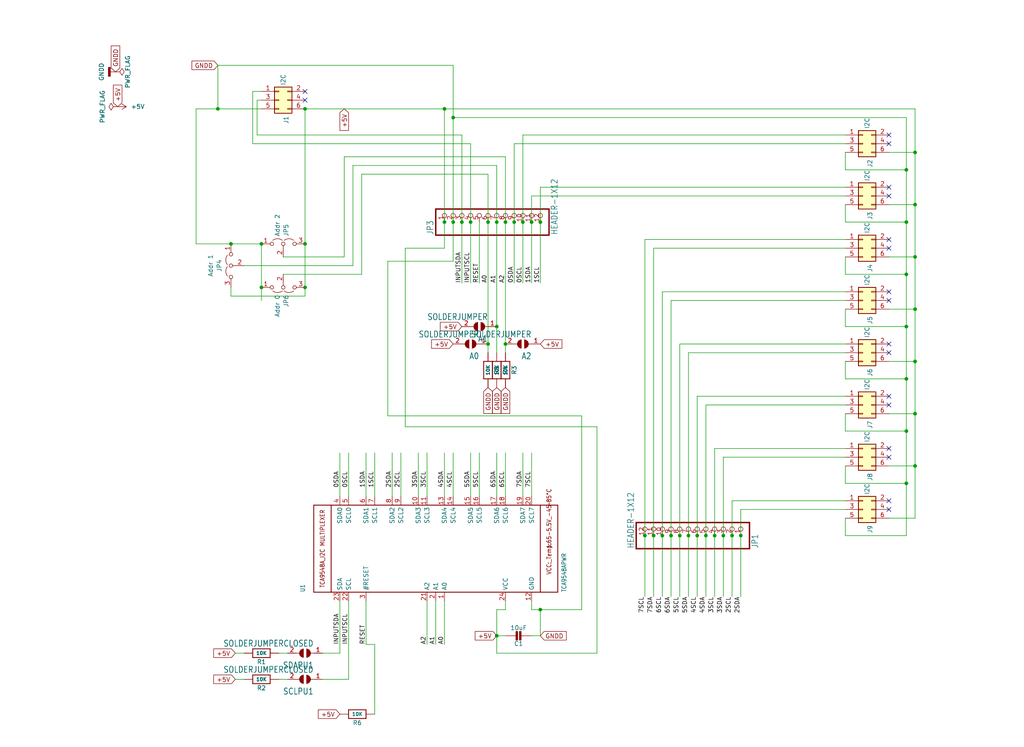
<source format=kicad_sch>
(kicad_sch (version 20211123) (generator eeschema)
  (paper "User" 298.45 217.881)
  (lib_symbols
    (symbol "Adafruit TCA9548A-eagle-import:CAP_CERAMIC0805-NOOUTLINE"
      (property "Reference" "C" (at -2.29 1.25 90))
      (property "Value" "CAP_CERAMIC0805-NOOUTLINE" (at 2.3 1.25 90))
      (symbol "CAP_CERAMIC0805-NOOUTLINE_1_0"
        (pin passive line (at 0 5.08 270) (length 2.54) (name "1") (number "1"))
        (pin passive line (at 0 -2.54 90) (length 2.54) (name "2") (number "2"))
      )
    )
    (symbol "Adafruit TCA9548A-eagle-import:FRAME_A4_ADAFRUIT"
      (symbol "FRAME_A4_ADAFRUIT_0_0"
        (text "1" (at 21.6958 1.905 0) (effects (font (size 2.54 2.286))))
        (text "1" (at 21.6958 177.165 0) (effects (font (size 2.54 2.286))))
        (text "2" (at 65.0875 1.905 0) (effects (font (size 2.54 2.286))))
        (text "2" (at 65.0875 177.165 0) (effects (font (size 2.54 2.286))))
        (text "3" (at 108.4792 1.905 0) (effects (font (size 2.54 2.286))))
        (text "3" (at 108.4792 177.165 0) (effects (font (size 2.54 2.286))))
        (text "4" (at 151.8708 1.905 0) (effects (font (size 2.54 2.286))))
        (text "4" (at 151.8708 177.165 0) (effects (font (size 2.54 2.286))))
        (text "5" (at 195.2625 1.905 0) (effects (font (size 2.54 2.286))))
        (text "5" (at 195.2625 177.165 0) (effects (font (size 2.54 2.286))))
        (text "6" (at 238.6542 1.905 0) (effects (font (size 2.54 2.286))))
        (text "6" (at 238.6542 177.165 0) (effects (font (size 2.54 2.286))))
        (text "A" (at 1.905 156.6863 0) (effects (font (size 2.54 2.286))))
        (text "A" (at 258.445 156.6863 0) (effects (font (size 2.54 2.286))))
        (text "B" (at 1.905 111.9188 0) (effects (font (size 2.54 2.286))))
        (text "B" (at 258.445 111.9188 0) (effects (font (size 2.54 2.286))))
        (text "C" (at 1.905 67.1513 0) (effects (font (size 2.54 2.286))))
        (text "C" (at 258.445 67.1513 0) (effects (font (size 2.54 2.286))))
        (text "D" (at 1.905 22.3838 0) (effects (font (size 2.54 2.286))))
        (text "D" (at 258.445 22.3838 0) (effects (font (size 2.54 2.286))))
      )
      (symbol "FRAME_A4_ADAFRUIT_1_0"
        (text ">AUTHOR" (at 189.23 5.08 0) (effects (font (size 2.286 2.286)) (justify left bottom)))
        (text ">DRAWING_NAME" (at 171.45 15.24 0) (effects (font (size 2.54 2.54)) (justify left bottom)))
        (text ">LAST_DATE_TIME" (at 171.45 10.16 0) (effects (font (size 2.286 2.286)) (justify left bottom)))
        (text ">SHEET" (at 230.505 10.16 0) (effects (font (size 2.54 2.54)) (justify left bottom)))
        (text "Adafruit Industries" (at 216.916 4.953 0) (effects (font (size 2.54 2.54)) (justify left bottom)))
        (text "Drawing:" (at 171.196 4.953 0) (effects (font (size 2.54 2.54)) (justify left bottom)))
        (text "Sheet:" (at 216.916 10.033 0) (effects (font (size 2.54 2.54)) (justify left bottom)))
      )
    )
    (symbol "Adafruit TCA9548A-eagle-import:HEADER-1X12"
      (property "Reference" "JP" (at -6.35 18.415 0))
      (property "Value" "HEADER-1X12" (at -6.35 -17.78 0))
      (symbol "HEADER-1X12_1_0"
        (pin passive inverted (at -2.54 15.24 0) (length 2.54) (name "1") (number "1"))
        (pin passive inverted (at -2.54 -7.62 0) (length 2.54) (name "10") (number "10"))
        (pin passive inverted (at -2.54 -10.16 0) (length 2.54) (name "11") (number "11"))
        (pin passive inverted (at -2.54 -12.7 0) (length 2.54) (name "12") (number "12"))
        (pin passive inverted (at -2.54 12.7 0) (length 2.54) (name "2") (number "2"))
        (pin passive inverted (at -2.54 10.16 0) (length 2.54) (name "3") (number "3"))
        (pin passive inverted (at -2.54 7.62 0) (length 2.54) (name "4") (number "4"))
        (pin passive inverted (at -2.54 5.08 0) (length 2.54) (name "5") (number "5"))
        (pin passive inverted (at -2.54 2.54 0) (length 2.54) (name "6") (number "6"))
        (pin passive inverted (at -2.54 0 0) (length 2.54) (name "7") (number "7"))
        (pin passive inverted (at -2.54 -2.54 0) (length 2.54) (name "8") (number "8"))
        (pin passive inverted (at -2.54 -5.08 0) (length 2.54) (name "9") (number "9"))
      )
    )
    (symbol "Adafruit TCA9548A-eagle-import:RESISTOR0805_NOOUTLINE"
      (property "Reference" "R" (at 0 2.54 0))
      (property "Value" "RESISTOR0805_NOOUTLINE" (at 0 0 0))
      (symbol "RESISTOR0805_NOOUTLINE_1_0"
        (pin passive line (at -5.08 0 0) (length 2.54) (name "1") (number "1"))
        (pin passive line (at 5.08 0 180) (length 2.54) (name "2") (number "2"))
      )
    )
    (symbol "Adafruit TCA9548A-eagle-import:RESISTOR_0805MP"
      (property "Reference" "R" (at 0 2.54 0))
      (property "Value" "RESISTOR_0805MP" (at 0 0 0))
      (symbol "RESISTOR_0805MP_1_0"
        (pin passive line (at -5.08 0 0) (length 2.54) (name "1") (number "1"))
        (pin passive line (at 5.08 0 180) (length 2.54) (name "2") (number "2"))
      )
    )
    (symbol "Adafruit TCA9548A-eagle-import:SOLDERJUMPER"
      (property "Reference" "SJ" (at -2.54 2.54 0))
      (property "Value" "SOLDERJUMPER" (at -2.54 -3.81 0))
      (symbol "SOLDERJUMPER_1_0"
        (pin passive line (at -5.08 0 0) (length 2.54) (name "1") (number "1"))
        (pin passive line (at 5.08 0 180) (length 2.54) (name "2") (number "2"))
      )
    )
    (symbol "Adafruit TCA9548A-eagle-import:SOLDERJUMPERCLOSED"
      (property "Reference" "SJ" (at -2.54 2.54 0))
      (property "Value" "SOLDERJUMPERCLOSED" (at -2.54 -3.81 0))
      (symbol "SOLDERJUMPERCLOSED_1_0"
        (pin passive line (at -5.08 0 0) (length 2.54) (name "1") (number "1"))
        (pin passive line (at 5.08 0 180) (length 2.54) (name "2") (number "2"))
      )
    )
    (symbol "Adafruit TCA9548A-eagle-import:TCA9548A"
      (property "Reference" "U" (at -12.7 38.1 0))
      (property "Value" "TCA9548A" (at -12.7 -38.1 0))
      (symbol "TCA9548A_1_0"
        (text "1.65-5.5V_-45~85°C" (at 0 -33.02 0) (effects (font (size 1.27 1.0795)) (justify left)))
        (text "TCA9548A_I2C MULTIPLEXER" (at 0 33.02 0) (effects (font (size 1.27 1.0795))))
        (text "VCC:_Temp:" (at -7.62 -33.02 0) (effects (font (size 1.27 1.0795)) (justify left)))
        (pin bidirectional line (at -15.24 -2.54 0) (length 2.54) (name "A0") (number "1"))
        (pin bidirectional line (at 15.24 5.08 180) (length 2.54) (name "SDA3") (number "10"))
        (pin bidirectional line (at 15.24 2.54 180) (length 2.54) (name "SCL3") (number "11"))
        (pin bidirectional line (at -15.24 -27.94 0) (length 2.54) (name "GND") (number "12"))
        (pin bidirectional line (at 15.24 -2.54 180) (length 2.54) (name "SDA4") (number "13"))
        (pin bidirectional line (at 15.24 -5.08 180) (length 2.54) (name "SCL4") (number "14"))
        (pin bidirectional line (at 15.24 -10.16 180) (length 2.54) (name "SDA5") (number "15"))
        (pin bidirectional line (at 15.24 -12.7 180) (length 2.54) (name "SCL5") (number "16"))
        (pin bidirectional line (at 15.24 -17.78 180) (length 2.54) (name "SDA6") (number "17"))
        (pin bidirectional line (at 15.24 -20.32 180) (length 2.54) (name "SCL6") (number "18"))
        (pin bidirectional line (at 15.24 -25.4 180) (length 2.54) (name "SDA7") (number "19"))
        (pin bidirectional line (at -15.24 0 0) (length 2.54) (name "A1") (number "2"))
        (pin bidirectional line (at 15.24 -27.94 180) (length 2.54) (name "SCL7") (number "20"))
        (pin bidirectional line (at -15.24 2.54 0) (length 2.54) (name "A2") (number "21"))
        (pin bidirectional line (at -15.24 25.4 0) (length 2.54) (name "SCL") (number "22"))
        (pin bidirectional line (at -15.24 27.94 0) (length 2.54) (name "SDA") (number "23"))
        (pin bidirectional line (at -15.24 -20.32 0) (length 2.54) (name "VCC") (number "24"))
        (pin bidirectional line (at -15.24 20.32 0) (length 2.54) (name "#RESET") (number "3"))
        (pin bidirectional line (at 15.24 27.94 180) (length 2.54) (name "SDA0") (number "4"))
        (pin bidirectional line (at 15.24 25.4 180) (length 2.54) (name "SCL0") (number "5"))
        (pin bidirectional line (at 15.24 20.32 180) (length 2.54) (name "SDA1") (number "6"))
        (pin bidirectional line (at 15.24 17.78 180) (length 2.54) (name "SCL1") (number "7"))
        (pin bidirectional line (at 15.24 12.7 180) (length 2.54) (name "SDA2") (number "8"))
        (pin bidirectional line (at 15.24 10.16 180) (length 2.54) (name "SCL2") (number "9"))
      )
    )
    (symbol "Connector_Generic:Conn_02x03_Odd_Even" (pin_names (offset 1.016) hide)
      (property "Reference" "J" (at 1.27 5.08 0))
      (property "Value" "Conn_02x03_Odd_Even" (at 1.27 -5.08 0))
      (symbol "Conn_02x03_Odd_Even_1_1"
        (pin passive line (at -5.08 2.54 0) (length 3.81) (name "Pin_1") (number "1"))
        (pin passive line (at 7.62 2.54 180) (length 3.81) (name "Pin_2") (number "2"))
        (pin passive line (at -5.08 0 0) (length 3.81) (name "Pin_3") (number "3"))
        (pin passive line (at 7.62 0 180) (length 3.81) (name "Pin_4") (number "4"))
        (pin passive line (at -5.08 -2.54 0) (length 3.81) (name "Pin_5") (number "5"))
        (pin passive line (at 7.62 -2.54 180) (length 3.81) (name "Pin_6") (number "6"))
      )
    )
    (symbol "Jumper:Jumper_3_Open" (pin_names (offset 0) hide)
      (property "Reference" "JP" (at -2.54 -2.54 0))
      (property "Value" "Jumper_3_Open" (at 0 2.794 0))
      (symbol "Jumper_3_Open_1_1"
        (pin passive line (at -6.35 0 0) (length 2.54) (name "A") (number "1"))
        (pin passive line (at 0 -3.81 90) (length 2.54) (name "C") (number "2"))
        (pin passive line (at 6.35 0 180) (length 2.54) (name "B") (number "3"))
      )
    )
    (symbol "power:+5V" (power) (pin_names (offset 0))
      (property "Value" "+5V" (at 0 3.556 0))
      (symbol "+5V_1_1"
        (pin power_in line (at 0 0 90) (length 0) hide (name "+5V") (number "1"))
      )
    )
    (symbol "power:GNDD" (power) (pin_names (offset 0))
      (property "Value" "GNDD" (at 0 -3.175 0))
      (symbol "GNDD_1_1"
        (pin power_in line (at 0 0 270) (length 0) hide (name "GNDD") (number "1"))
      )
    )
    (symbol "power:PWR_FLAG" (power) (pin_numbers hide) (pin_names (offset 0) hide)
      (property "Value" "PWR_FLAG" (at 0 3.81 0))
      (symbol "PWR_FLAG_0_0"
        (pin power_out line (at 0 0 90) (length 0) (name "pwr") (number "1"))
      )
    )
  )
  (junction (at 190.5 156.21))
  (junction (at 187.96 156.21))
  (junction (at 132.08 34.29))
  (junction (at 144.78 64.77))
  (junction (at 264.16 49.53))
  (junction (at 264.16 80.01))
  (junction (at 76.2 71.12))
  (junction (at 132.08 64.77))
  (junction (at 264.16 110.49))
  (junction (at 157.48 177.8))
  (junction (at 198.12 156.21))
  (junction (at 208.28 156.21))
  (junction (at 88.9 31.75))
  (junction (at 203.2 156.21))
  (junction (at 210.82 156.21))
  (junction (at 152.4 64.77))
  (junction (at 129.54 64.77))
  (junction (at 88.9 83.82))
  (junction (at 88.9 71.12))
  (junction (at 264.16 140.97))
  (junction (at 266.7 44.45))
  (junction (at 266.7 120.65))
  (junction (at 147.32 64.77))
  (junction (at 264.16 125.73))
  (junction (at 142.24 100.33))
  (junction (at 266.7 90.17))
  (junction (at 147.32 100.33))
  (junction (at 144.78 185.42))
  (junction (at 142.24 64.77))
  (junction (at 266.7 135.89))
  (junction (at 193.04 156.21))
  (junction (at 215.9 156.21))
  (junction (at 200.66 156.21))
  (junction (at 264.16 64.77))
  (junction (at 266.7 59.69))
  (junction (at 266.7 105.41))
  (junction (at 205.74 156.21))
  (junction (at 157.48 64.77))
  (junction (at 129.54 31.75))
  (junction (at 195.58 156.21))
  (junction (at 149.86 64.77))
  (junction (at 213.36 156.21))
  (junction (at 63.5 31.75))
  (junction (at 137.16 64.77))
  (junction (at 134.62 64.77))
  (junction (at 264.16 95.25))
  (junction (at 154.94 64.77))
  (junction (at 67.31 71.12))
  (junction (at 144.78 95.25))
  (junction (at 266.7 74.93))
  (junction (at 76.2 83.82))
  (no_connect (at 259.08 148.59))
  (no_connect (at 259.08 146.05))
  (no_connect (at 88.9 29.21))
  (no_connect (at 259.08 87.63))
  (no_connect (at 259.08 85.09))
  (no_connect (at 88.9 26.67))
  (no_connect (at 259.08 57.15))
  (no_connect (at 259.08 54.61))
  (no_connect (at 259.08 102.87))
  (no_connect (at 259.08 115.57))
  (no_connect (at 259.08 118.11))
  (no_connect (at 259.08 133.35))
  (no_connect (at 259.08 130.81))
  (no_connect (at 259.08 39.37))
  (no_connect (at 259.08 41.91))
  (no_connect (at 259.08 69.85))
  (no_connect (at 259.08 72.39))
  (no_connect (at 259.08 100.33))
  (wire (pts (xy 129.54 31.75) (xy 129.54 64.77)))
  (wire (pts (xy 99.06 175.26) (xy 99.06 190.5)))
  (wire (pts (xy 187.96 69.85) (xy 187.96 156.21)))
  (wire (pts (xy 101.6 144.78) (xy 101.6 132.08)))
  (wire (pts (xy 198.12 100.33) (xy 198.12 156.21)))
  (wire (pts (xy 74.93 39.37) (xy 134.62 39.37)))
  (wire (pts (xy 144.78 177.8) (xy 147.32 177.8)))
  (wire (pts (xy 246.38 44.45) (xy 246.38 49.53)))
  (wire (pts (xy 57.15 71.12) (xy 67.31 71.12)))
  (wire (pts (xy 118.11 72.39) (xy 129.54 72.39)))
  (wire (pts (xy 134.62 64.77) (xy 134.62 82.55)))
  (wire (pts (xy 73.66 26.67) (xy 73.66 41.91)))
  (wire (pts (xy 215.9 173.99) (xy 215.9 156.21)))
  (wire (pts (xy 266.7 74.93) (xy 266.7 90.17)))
  (wire (pts (xy 76.2 71.12) (xy 76.2 83.82)))
  (wire (pts (xy 73.66 41.91) (xy 137.16 41.91)))
  (wire (pts (xy 205.74 156.21) (xy 205.74 173.99)))
  (wire (pts (xy 149.86 64.77) (xy 149.86 82.55)))
  (wire (pts (xy 259.08 120.65) (xy 266.7 120.65)))
  (wire (pts (xy 259.08 44.45) (xy 266.7 44.45)))
  (wire (pts (xy 118.11 124.46) (xy 118.11 72.39)))
  (wire (pts (xy 195.58 173.99) (xy 195.58 156.21)))
  (wire (pts (xy 88.9 31.75) (xy 129.54 31.75)))
  (wire (pts (xy 144.78 144.78) (xy 144.78 132.08)))
  (wire (pts (xy 200.66 102.87) (xy 200.66 156.21)))
  (wire (pts (xy 154.94 64.77) (xy 154.94 82.55)))
  (wire (pts (xy 71.12 190.5) (xy 68.58 190.5)))
  (wire (pts (xy 116.84 144.78) (xy 116.84 132.08)))
  (wire (pts (xy 106.68 175.26) (xy 106.68 187.96)))
  (wire (pts (xy 246.38 105.41) (xy 246.38 110.49)))
  (wire (pts (xy 152.4 144.78) (xy 152.4 132.08)))
  (wire (pts (xy 208.28 130.81) (xy 246.38 130.81)))
  (wire (pts (xy 132.08 144.78) (xy 132.08 132.08)))
  (wire (pts (xy 246.38 146.05) (xy 213.36 146.05)))
  (wire (pts (xy 246.38 100.33) (xy 198.12 100.33)))
  (wire (pts (xy 129.54 64.77) (xy 129.54 72.39)))
  (wire (pts (xy 88.9 86.36) (xy 67.31 86.36)))
  (wire (pts (xy 71.12 77.47) (xy 102.87 77.47)))
  (wire (pts (xy 259.08 151.13) (xy 266.7 151.13)))
  (wire (pts (xy 83.82 190.5) (xy 81.28 190.5)))
  (wire (pts (xy 147.32 144.78) (xy 147.32 132.08)))
  (wire (pts (xy 105.41 80.01) (xy 105.41 50.8)))
  (wire (pts (xy 259.08 90.17) (xy 266.7 90.17)))
  (wire (pts (xy 195.58 87.63) (xy 195.58 156.21)))
  (wire (pts (xy 82.55 74.93) (xy 100.33 74.93)))
  (wire (pts (xy 246.38 135.89) (xy 246.38 140.97)))
  (wire (pts (xy 124.46 144.78) (xy 124.46 132.08)))
  (wire (pts (xy 121.92 144.78) (xy 121.92 132.08)))
  (wire (pts (xy 208.28 156.21) (xy 208.28 173.99)))
  (wire (pts (xy 198.12 156.21) (xy 198.12 173.99)))
  (wire (pts (xy 63.5 19.05) (xy 63.5 31.75)))
  (wire (pts (xy 82.55 80.01) (xy 105.41 80.01)))
  (wire (pts (xy 88.9 31.75) (xy 88.9 71.12)))
  (wire (pts (xy 193.04 156.21) (xy 193.04 173.99)))
  (wire (pts (xy 246.38 64.77) (xy 264.16 64.77)))
  (wire (pts (xy 139.7 64.77) (xy 139.7 82.55)))
  (wire (pts (xy 266.7 120.65) (xy 266.7 135.89)))
  (wire (pts (xy 57.15 31.75) (xy 57.15 71.12)))
  (wire (pts (xy 142.24 100.33) (xy 142.24 102.87)))
  (wire (pts (xy 190.5 72.39) (xy 246.38 72.39)))
  (wire (pts (xy 259.08 105.41) (xy 266.7 105.41)))
  (wire (pts (xy 71.12 198.12) (xy 68.58 198.12)))
  (wire (pts (xy 137.16 41.91) (xy 137.16 64.77)))
  (wire (pts (xy 246.38 156.21) (xy 264.16 156.21)))
  (wire (pts (xy 210.82 173.99) (xy 210.82 156.21)))
  (wire (pts (xy 99.06 144.78) (xy 99.06 132.08)))
  (wire (pts (xy 213.36 146.05) (xy 213.36 156.21)))
  (wire (pts (xy 246.38 59.69) (xy 246.38 64.77)))
  (wire (pts (xy 147.32 177.8) (xy 147.32 175.26)))
  (wire (pts (xy 132.08 34.29) (xy 132.08 64.77)))
  (wire (pts (xy 127 175.26) (xy 127 187.96)))
  (wire (pts (xy 210.82 133.35) (xy 246.38 133.35)))
  (wire (pts (xy 67.31 86.36) (xy 67.31 83.82)))
  (wire (pts (xy 132.08 19.05) (xy 132.08 34.29)))
  (wire (pts (xy 210.82 133.35) (xy 210.82 156.21)))
  (wire (pts (xy 137.16 64.77) (xy 137.16 82.55)))
  (wire (pts (xy 190.5 173.99) (xy 190.5 156.21)))
  (wire (pts (xy 246.38 125.73) (xy 264.16 125.73)))
  (wire (pts (xy 208.28 130.81) (xy 208.28 156.21)))
  (wire (pts (xy 193.04 85.09) (xy 193.04 156.21)))
  (wire (pts (xy 266.7 105.41) (xy 266.7 120.65)))
  (wire (pts (xy 144.78 177.8) (xy 144.78 185.42)))
  (wire (pts (xy 213.36 156.21) (xy 213.36 173.99)))
  (wire (pts (xy 246.38 39.37) (xy 152.4 39.37)))
  (wire (pts (xy 139.7 144.78) (xy 139.7 132.08)))
  (wire (pts (xy 132.08 34.29) (xy 264.16 34.29)))
  (wire (pts (xy 195.58 87.63) (xy 246.38 87.63)))
  (wire (pts (xy 76.2 83.82) (xy 76.2 87.63)))
  (wire (pts (xy 200.66 102.87) (xy 246.38 102.87)))
  (wire (pts (xy 132.08 64.77) (xy 132.08 76.2)))
  (wire (pts (xy 266.7 135.89) (xy 266.7 151.13)))
  (wire (pts (xy 152.4 82.55) (xy 152.4 64.77)))
  (wire (pts (xy 264.16 110.49) (xy 264.16 125.73)))
  (wire (pts (xy 157.48 177.8) (xy 154.94 177.8)))
  (wire (pts (xy 102.87 77.47) (xy 102.87 48.26)))
  (wire (pts (xy 259.08 74.93) (xy 266.7 74.93)))
  (wire (pts (xy 246.38 54.61) (xy 157.48 54.61)))
  (wire (pts (xy 134.62 39.37) (xy 134.62 64.77)))
  (wire (pts (xy 99.06 190.5) (xy 93.98 190.5)))
  (wire (pts (xy 129.54 31.75) (xy 266.7 31.75)))
  (wire (pts (xy 157.48 185.42) (xy 154.94 185.42)))
  (wire (pts (xy 215.9 148.59) (xy 215.9 156.21)))
  (wire (pts (xy 264.16 140.97) (xy 264.16 156.21)))
  (wire (pts (xy 76.2 71.12) (xy 67.31 71.12)))
  (wire (pts (xy 266.7 59.69) (xy 266.7 74.93)))
  (wire (pts (xy 100.33 74.93) (xy 100.33 45.72)))
  (wire (pts (xy 100.33 45.72) (xy 147.32 45.72)))
  (wire (pts (xy 154.94 177.8) (xy 154.94 175.26)))
  (wire (pts (xy 88.9 71.12) (xy 88.9 83.82)))
  (wire (pts (xy 154.94 57.15) (xy 154.94 64.77)))
  (wire (pts (xy 113.03 121.285) (xy 169.545 121.285)))
  (wire (pts (xy 246.38 151.13) (xy 246.38 156.21)))
  (wire (pts (xy 246.38 85.09) (xy 193.04 85.09)))
  (wire (pts (xy 129.54 144.78) (xy 129.54 132.08)))
  (wire (pts (xy 132.08 19.05) (xy 63.5 19.05)))
  (wire (pts (xy 246.38 120.65) (xy 246.38 125.73)))
  (wire (pts (xy 109.22 208.28) (xy 109.22 187.96)))
  (wire (pts (xy 266.7 90.17) (xy 266.7 105.41)))
  (wire (pts (xy 266.7 31.75) (xy 266.7 44.45)))
  (wire (pts (xy 154.94 144.78) (xy 154.94 132.08)))
  (wire (pts (xy 142.24 64.77) (xy 142.24 100.33)))
  (wire (pts (xy 76.2 26.67) (xy 73.66 26.67)))
  (wire (pts (xy 147.32 64.77) (xy 147.32 100.33)))
  (wire (pts (xy 157.48 54.61) (xy 157.48 64.77)))
  (wire (pts (xy 144.78 64.77) (xy 144.78 95.25)))
  (wire (pts (xy 203.2 156.21) (xy 203.2 173.99)))
  (wire (pts (xy 63.5 31.75) (xy 57.15 31.75)))
  (wire (pts (xy 264.16 64.77) (xy 264.16 80.01)))
  (wire (pts (xy 246.38 49.53) (xy 264.16 49.53)))
  (wire (pts (xy 101.6 198.12) (xy 93.98 198.12)))
  (wire (pts (xy 266.7 44.45) (xy 266.7 59.69)))
  (wire (pts (xy 203.2 115.57) (xy 203.2 156.21)))
  (wire (pts (xy 147.32 100.33) (xy 147.32 102.87)))
  (wire (pts (xy 152.4 39.37) (xy 152.4 64.77)))
  (wire (pts (xy 113.03 76.2) (xy 113.03 121.285)))
  (wire (pts (xy 76.2 31.75) (xy 63.5 31.75)))
  (wire (pts (xy 187.96 173.99) (xy 187.96 156.21)))
  (wire (pts (xy 105.41 50.8) (xy 142.24 50.8)))
  (wire (pts (xy 264.16 125.73) (xy 264.16 140.97)))
  (wire (pts (xy 157.48 64.77) (xy 157.48 82.55)))
  (wire (pts (xy 246.38 140.97) (xy 264.16 140.97)))
  (wire (pts (xy 246.38 90.17) (xy 246.38 95.25)))
  (wire (pts (xy 205.74 118.11) (xy 205.74 156.21)))
  (wire (pts (xy 114.3 144.78) (xy 114.3 132.08)))
  (wire (pts (xy 83.82 198.12) (xy 81.28 198.12)))
  (wire (pts (xy 246.38 69.85) (xy 187.96 69.85)))
  (wire (pts (xy 109.22 187.96) (xy 106.68 187.96)))
  (wire (pts (xy 205.74 118.11) (xy 246.38 118.11)))
  (wire (pts (xy 203.2 115.57) (xy 246.38 115.57)))
  (wire (pts (xy 246.38 110.49) (xy 264.16 110.49)))
  (wire (pts (xy 101.6 175.26) (xy 101.6 198.12)))
  (wire (pts (xy 215.9 148.59) (xy 246.38 148.59)))
  (wire (pts (xy 157.48 185.42) (xy 157.48 177.8)))
  (wire (pts (xy 124.46 175.26) (xy 124.46 187.96)))
  (wire (pts (xy 109.22 144.78) (xy 109.22 132.08)))
  (wire (pts (xy 246.38 74.93) (xy 246.38 80.01)))
  (wire (pts (xy 264.16 80.01) (xy 264.16 95.25)))
  (wire (pts (xy 169.545 121.285) (xy 169.545 177.8)))
  (wire (pts (xy 137.16 144.78) (xy 137.16 132.08)))
  (wire (pts (xy 144.78 185.42) (xy 144.78 190.5)))
  (wire (pts (xy 246.38 95.25) (xy 264.16 95.25)))
  (wire (pts (xy 173.99 190.5) (xy 173.99 124.46)))
  (wire (pts (xy 149.86 41.91) (xy 246.38 41.91)))
  (wire (pts (xy 74.93 29.21) (xy 74.93 39.37)))
  (wire (pts (xy 190.5 72.39) (xy 190.5 156.21)))
  (wire (pts (xy 129.54 175.26) (xy 129.54 187.96)))
  (wire (pts (xy 154.94 57.15) (xy 246.38 57.15)))
  (wire (pts (xy 142.24 50.8) (xy 142.24 64.77)))
  (wire (pts (xy 169.545 177.8) (xy 157.48 177.8)))
  (wire (pts (xy 102.87 48.26) (xy 144.78 48.26)))
  (wire (pts (xy 264.16 34.29) (xy 264.16 49.53)))
  (wire (pts (xy 259.08 59.69) (xy 266.7 59.69)))
  (wire (pts (xy 200.66 156.21) (xy 200.66 173.99)))
  (wire (pts (xy 144.78 48.26) (xy 144.78 64.77)))
  (wire (pts (xy 173.99 124.46) (xy 118.11 124.46)))
  (wire (pts (xy 147.32 45.72) (xy 147.32 64.77)))
  (wire (pts (xy 149.86 41.91) (xy 149.86 64.77)))
  (wire (pts (xy 144.78 95.25) (xy 144.78 102.87)))
  (wire (pts (xy 88.9 83.82) (xy 88.9 86.36)))
  (wire (pts (xy 144.78 185.42) (xy 147.32 185.42)))
  (wire (pts (xy 113.03 76.2) (xy 132.08 76.2)))
  (wire (pts (xy 264.16 49.53) (xy 264.16 64.77)))
  (wire (pts (xy 264.16 95.25) (xy 264.16 110.49)))
  (wire (pts (xy 144.78 190.5) (xy 173.99 190.5)))
  (wire (pts (xy 246.38 80.01) (xy 264.16 80.01)))
  (wire (pts (xy 106.68 144.78) (xy 106.68 132.08)))
  (wire (pts (xy 76.2 29.21) (xy 74.93 29.21)))
  (wire (pts (xy 259.08 135.89) (xy 266.7 135.89)))
  (label "2SDA" (at 114.3 142.24 90) (effects (font (size 1.2446 1.2446))))
  (label "7SCL" (at 154.94 142.24 90) (effects (font (size 1.2446 1.2446))))
  (label "A0" (at 129.54 187.96 90) (effects (font (size 1.2446 1.2446))))
  (label "2SCL" (at 213.36 173.99 270) (effects (font (size 1.2446 1.2446))))
  (label "4SDA" (at 205.74 173.99 270) (effects (font (size 1.2446 1.2446))))
  (label "0SCL" (at 101.6 142.24 90) (effects (font (size 1.2446 1.2446))))
  (label "7SDA" (at 190.5 173.99 270) (effects (font (size 1.2446 1.2446))))
  (label "6SCL" (at 147.32 142.24 90) (effects (font (size 1.2446 1.2446))))
  (label "1SDA" (at 154.94 82.55 90) (effects (font (size 1.2446 1.2446))))
  (label "A1" (at 127 187.96 90) (effects (font (size 1.2446 1.2446))))
  (label "5SDA" (at 200.66 173.99 270) (effects (font (size 1.2446 1.2446))))
  (label "A0" (at 142.24 82.55 90) (effects (font (size 1.2446 1.2446))))
  (label "3SCL" (at 124.46 142.24 90) (effects (font (size 1.2446 1.2446))))
  (label "6SDA" (at 144.78 142.24 90) (effects (font (size 1.2446 1.2446))))
  (label "2SCL" (at 116.84 142.24 90) (effects (font (size 1.2446 1.2446))))
  (label "RESET" (at 106.68 187.96 90) (effects (font (size 1.2446 1.2446))))
  (label "1SCL" (at 157.48 82.55 90) (effects (font (size 1.2446 1.2446))))
  (label "0SDA" (at 99.06 142.24 90) (effects (font (size 1.2446 1.2446))))
  (label "0SDA" (at 149.86 82.55 90) (effects (font (size 1.2446 1.2446))))
  (label "A1" (at 144.78 82.55 90) (effects (font (size 1.2446 1.2446))))
  (label "3SDA" (at 210.82 173.99 270) (effects (font (size 1.2446 1.2446))))
  (label "A2" (at 124.46 187.96 90) (effects (font (size 1.2446 1.2446))))
  (label "2SDA" (at 215.9 173.99 270) (effects (font (size 1.2446 1.2446))))
  (label "INPUTSDA" (at 99.06 187.96 90) (effects (font (size 1.2446 1.2446))))
  (label "RESET" (at 139.7 82.55 90) (effects (font (size 1.2446 1.2446))))
  (label "5SCL" (at 198.12 173.99 270) (effects (font (size 1.2446 1.2446))))
  (label "7SCL" (at 187.96 173.99 270) (effects (font (size 1.2446 1.2446))))
  (label "3SDA" (at 121.92 142.24 90) (effects (font (size 1.2446 1.2446))))
  (label "A2" (at 147.32 82.55 90) (effects (font (size 1.2446 1.2446))))
  (label "INPUTSDA" (at 134.62 82.55 90) (effects (font (size 1.2446 1.2446))))
  (label "3SCL" (at 208.28 173.99 270) (effects (font (size 1.2446 1.2446))))
  (label "1SDA" (at 106.68 142.24 90) (effects (font (size 1.2446 1.2446))))
  (label "4SCL" (at 203.2 173.99 270) (effects (font (size 1.2446 1.2446))))
  (label "INPUTSCL" (at 137.16 82.55 90) (effects (font (size 1.2446 1.2446))))
  (label "0SCL" (at 152.4 82.55 90) (effects (font (size 1.2446 1.2446))))
  (label "1SCL" (at 109.22 142.24 90) (effects (font (size 1.2446 1.2446))))
  (label "4SCL" (at 132.08 142.24 90) (effects (font (size 1.2446 1.2446))))
  (label "5SCL" (at 139.7 142.24 90) (effects (font (size 1.2446 1.2446))))
  (label "7SDA" (at 152.4 142.24 90) (effects (font (size 1.2446 1.2446))))
  (label "5SDA" (at 137.16 142.24 90) (effects (font (size 1.2446 1.2446))))
  (label "4SDA" (at 129.54 142.24 90) (effects (font (size 1.2446 1.2446))))
  (label "INPUTSCL" (at 101.6 187.96 90) (effects (font (size 1.2446 1.2446))))
  (label "6SCL" (at 193.04 173.99 270) (effects (font (size 1.2446 1.2446))))
  (label "6SDA" (at 195.58 173.99 270) (effects (font (size 1.2446 1.2446))))
  (global_label "GNDD" (shape input) (at 33.655 20.955 90) (property "Intersheet References" "${INTERSHEET_REFS}" (effects hide)))
  (global_label "GNDD" (shape input) (at 142.24 113.03 270) (property "Intersheet References" "${INTERSHEET_REFS}" (effects hide)))
  (global_label "+5V" (shape input) (at 68.58 190.5 180) (property "Intersheet References" "${INTERSHEET_REFS}" (effects hide)))
  (global_label "GNDD" (shape input) (at 147.32 113.03 270) (property "Intersheet References" "${INTERSHEET_REFS}" (effects hide)))
  (global_label "GNDD" (shape input) (at 144.78 113.03 270) (property "Intersheet References" "${INTERSHEET_REFS}" (effects hide)))
  (global_label "+5V" (shape input) (at 157.48 100.33 0) (property "Intersheet References" "${INTERSHEET_REFS}" (effects hide)))
  (global_label "+5V" (shape input) (at 68.58 198.12 180) (property "Intersheet References" "${INTERSHEET_REFS}" (effects hide)))
  (global_label "+5V" (shape input) (at 99.06 208.28 180) (property "Intersheet References" "${INTERSHEET_REFS}" (effects hide)))
  (global_label "+5V" (shape input) (at 34.29 31.115 90) (property "Intersheet References" "${INTERSHEET_REFS}" (effects hide)))
  (global_label "+5V" (shape input) (at 144.78 185.42 180) (property "Intersheet References" "${INTERSHEET_REFS}" (effects hide)))
  (global_label "GNDD" (shape input) (at 63.5 19.05 180) (property "Intersheet References" "${INTERSHEET_REFS}" (effects hide)))
  (global_label "+5V" (shape input) (at 134.62 95.25 180) (property "Intersheet References" "${INTERSHEET_REFS}" (effects hide)))
  (global_label "+5V" (shape input) (at 100.33 31.75 270) (property "Intersheet References" "${INTERSHEET_REFS}" (effects hide)))
  (global_label "GNDD" (shape input) (at 157.48 185.42 0) (property "Intersheet References" "${INTERSHEET_REFS}" (effects hide)))
  (global_label "+5V" (shape input) (at 132.08 100.33 180) (property "Intersheet References" "${INTERSHEET_REFS}" (effects hide)))
  (symbol (lib_id "Adafruit TCA9548A-eagle-import:SOLDERJUMPERCLOSED") (at 88.9 198.12 180) (unit 1)
    (property "Reference" "SCLPU1" (at 91.44 200.66 0) (effects (font (size 1.778 1.5113)) (justify left bottom)))
    (property "Value" "SOLDERJUMPERCLOSED" (at 91.44 194.31 0) (effects (font (size 1.778 1.5113)) (justify left bottom)))
    (property "Footprint" "Adafruit TCA9548A:SOLDERJUMPER_CLOSEDWIRE" (effects hide))
  )
  (symbol (lib_id "Adafruit TCA9548A-eagle-import:RESISTOR0805_NOOUTLINE") (at 142.24 107.95 270) (unit 1)
    (property "Reference" "R5" (at 144.78 107.95 0))
    (property "Value" "10K" (at 142.24 107.95 0) (effects (font (size 1.016 1.016) bold)))
    (property "Footprint" "Adafruit TCA9548A:0805-NO" (effects hide))
  )
  (symbol (lib_id "Adafruit TCA9548A-eagle-import:FRAME_A4_ADAFRUIT") (at 336.55 203.2 0) (unit 1)
    (property "Reference" "#U$1" (effects hide))
    (property "Value" "FRAME_A4_ADAFRUIT" (effects hide))
    (property "Footprint" "Adafruit TCA9548A:" (effects hide))
  )
  (symbol (lib_id "Connector_Generic:Conn_02x03_Odd_Even") (at 251.46 57.15 0) (unit 1)
    (property "Reference" "J3" (at 253.5647 61.722 90) (effects (justify right)))
    (property "Value" "I2C" (at 252.73 49.53 90) (effects (justify right)))
    (property "Footprint" "Connector_IDC:IDC-Header_2x03_P2.54mm_Vertical" (effects hide))
  )
  (symbol (lib_id "power:GNDD") (at 33.655 20.955 270) (unit 1)
    (property "Reference" "#PWR0102" (effects hide))
    (property "Value" "GNDD" (at 29.5926 20.955 0))
  )
  (symbol (lib_id "Adafruit TCA9548A-eagle-import:SOLDERJUMPERCLOSED") (at 88.9 190.5 180) (unit 1)
    (property "Reference" "SDAPU1" (at 91.44 193.04 0) (effects (font (size 1.778 1.5113)) (justify left bottom)))
    (property "Value" "SOLDERJUMPERCLOSED" (at 91.44 186.69 0) (effects (font (size 1.778 1.5113)) (justify left bottom)))
    (property "Footprint" "Adafruit TCA9548A:SOLDERJUMPER_CLOSEDWIRE" (effects hide))
  )
  (symbol (lib_id "Adafruit TCA9548A-eagle-import:CAP_CERAMIC0805-NOOUTLINE") (at 152.4 185.42 90) (unit 1)
    (property "Reference" "C1" (at 151.15 187.71 90))
    (property "Value" "10uF" (at 151.15 183.12 90))
    (property "Footprint" "Adafruit TCA9548A:0805-NO" (effects hide))
  )
  (symbol (lib_id "Connector_Generic:Conn_02x03_Odd_Even") (at 251.46 102.87 0) (unit 1)
    (property "Reference" "J6" (at 253.5647 107.442 90) (effects (justify right)))
    (property "Value" "I2C" (at 252.73 95.25 90) (effects (justify right)))
    (property "Footprint" "Connector_IDC:IDC-Header_2x03_P2.54mm_Vertical" (effects hide))
  )
  (symbol (lib_id "Adafruit TCA9548A-eagle-import:RESISTOR0805_NOOUTLINE") (at 76.2 198.12 180) (unit 1)
    (property "Reference" "R2" (at 76.2 200.66 0))
    (property "Value" "10K" (at 76.2 198.12 0) (effects (font (size 1.016 1.016) bold)))
    (property "Footprint" "Adafruit TCA9548A:0805-NO" (effects hide))
  )
  (symbol (lib_id "power:PWR_FLAG") (at 33.655 20.955 270) (unit 1)
    (property "Reference" "#FLG0102" (effects hide))
    (property "Value" "PWR_FLAG" (at 37.2308 20.955 0))
  )
  (symbol (lib_id "Adafruit TCA9548A-eagle-import:RESISTOR0805_NOOUTLINE") (at 147.32 107.95 270) (unit 1)
    (property "Reference" "R3" (at 149.86 107.95 0))
    (property "Value" "10K" (at 147.32 107.95 0) (effects (font (size 1.016 1.016) bold)))
    (property "Footprint" "Adafruit TCA9548A:0805-NO" (effects hide))
  )
  (symbol (lib_id "power:PWR_FLAG") (at 34.29 31.115 90) (unit 1)
    (property "Reference" "#FLG0101" (effects hide))
    (property "Value" "PWR_FLAG" (at 29.8466 31.115 0))
  )
  (symbol (lib_id "Jumper:Jumper_3_Open") (at 67.31 77.47 90) (mirror x) (unit 1)
    (property "Reference" "JP4" (at 63.9074 77.47 0))
    (property "Value" "Addr 1" (at 61.3705 77.47 0))
    (property "Footprint" "Connector_PinHeader_2.54mm:PinHeader_1x03_P2.54mm_Vertical" (effects hide))
  )
  (symbol (lib_id "Adafruit TCA9548A-eagle-import:HEADER-1X12") (at 200.66 153.67 270) (mirror x) (unit 1)
    (property "Reference" "JP1" (at 219.075 160.02 0) (effects (font (size 1.778 1.5113)) (justify left bottom)))
    (property "Value" "HEADER-1X12" (at 182.88 160.02 0) (effects (font (size 1.778 1.5113)) (justify left bottom)))
    (property "Footprint" "Adafruit TCA9548A:1X12_ROUND" (effects hide))
  )
  (symbol (lib_id "Adafruit TCA9548A-eagle-import:SOLDERJUMPER") (at 137.16 100.33 180) (unit 1)
    (property "Reference" "A0" (at 139.7 102.87 0) (effects (font (size 1.778 1.5113)) (justify left bottom)))
    (property "Value" "SOLDERJUMPER" (at 139.7 96.52 0) (effects (font (size 1.778 1.5113)) (justify left bottom)))
    (property "Footprint" "Adafruit TCA9548A:SOLDERJUMPER_ARROW_NOPASTE" (effects hide))
  )
  (symbol (lib_id "Adafruit TCA9548A-eagle-import:SOLDERJUMPER") (at 152.4 100.33 180) (unit 1)
    (property "Reference" "A2" (at 154.94 102.87 0) (effects (font (size 1.778 1.5113)) (justify left bottom)))
    (property "Value" "SOLDERJUMPER" (at 154.94 96.52 0) (effects (font (size 1.778 1.5113)) (justify left bottom)))
    (property "Footprint" "Adafruit TCA9548A:SOLDERJUMPER_ARROW_NOPASTE" (effects hide))
  )
  (symbol (lib_id "Adafruit TCA9548A-eagle-import:RESISTOR0805_NOOUTLINE") (at 76.2 190.5 180) (unit 1)
    (property "Reference" "R1" (at 76.2 193.04 0))
    (property "Value" "10K" (at 76.2 190.5 0) (effects (font (size 1.016 1.016) bold)))
    (property "Footprint" "Adafruit TCA9548A:0805-NO" (effects hide))
  )
  (symbol (lib_id "Connector_Generic:Conn_02x03_Odd_Even") (at 251.46 72.39 0) (unit 1)
    (property "Reference" "J4" (at 253.5647 76.962 90) (effects (justify right)))
    (property "Value" "I2C" (at 252.73 64.77 90) (effects (justify right)))
    (property "Footprint" "Connector_IDC:IDC-Header_2x03_P2.54mm_Vertical" (effects hide))
  )
  (symbol (lib_id "Adafruit TCA9548A-eagle-import:HEADER-1X12") (at 144.78 62.23 90) (unit 1)
    (property "Reference" "JP3" (at 126.365 68.58 0) (effects (font (size 1.778 1.5113)) (justify left bottom)))
    (property "Value" "HEADER-1X12" (at 162.56 68.58 0) (effects (font (size 1.778 1.5113)) (justify left bottom)))
    (property "Footprint" "Adafruit TCA9548A:1X12_ROUND" (effects hide))
  )
  (symbol (lib_id "Adafruit TCA9548A-eagle-import:SOLDERJUMPER") (at 139.7 95.25 180) (unit 1)
    (property "Reference" "A1" (at 142.24 97.79 0) (effects (font (size 1.778 1.5113)) (justify left bottom)))
    (property "Value" "SOLDERJUMPER" (at 142.24 91.44 0) (effects (font (size 1.778 1.5113)) (justify left bottom)))
    (property "Footprint" "Adafruit TCA9548A:SOLDERJUMPER_ARROW_NOPASTE" (effects hide))
  )
  (symbol (lib_id "Connector_Generic:Conn_02x03_Odd_Even") (at 251.46 148.59 0) (unit 1)
    (property "Reference" "J9" (at 253.5647 153.162 90) (effects (justify right)))
    (property "Value" "I2C" (at 252.73 140.97 90) (effects (justify right)))
    (property "Footprint" "Connector_IDC:IDC-Header_2x03_P2.54mm_Vertical" (effects hide))
  )
  (symbol (lib_id "Adafruit TCA9548A-eagle-import:RESISTOR_0805MP") (at 104.14 208.28 180) (unit 1)
    (property "Reference" "R6" (at 104.14 210.82 0))
    (property "Value" "10K" (at 104.14 208.28 0) (effects (font (size 1.016 1.016) bold)))
    (property "Footprint" "Adafruit TCA9548A:_0805MP" (effects hide))
  )
  (symbol (lib_id "Connector_Generic:Conn_02x03_Odd_Even") (at 251.46 87.63 0) (unit 1)
    (property "Reference" "J5" (at 253.5647 92.202 90) (effects (justify right)))
    (property "Value" "I2C" (at 252.73 80.01 90) (effects (justify right)))
    (property "Footprint" "Connector_IDC:IDC-Header_2x03_P2.54mm_Vertical" (effects hide))
  )
  (symbol (lib_id "Jumper:Jumper_3_Open") (at 82.55 83.82 0) (mirror x) (unit 1)
    (property "Reference" "JP6" (at 83.3847 85.9542 90) (effects (justify left)))
    (property "Value" "Addr 0" (at 80.8478 85.9542 90) (effects (justify left)))
    (property "Footprint" "Connector_PinHeader_2.54mm:PinHeader_1x03_P2.54mm_Vertical" (effects hide))
  )
  (symbol (lib_id "Connector_Generic:Conn_02x03_Odd_Even") (at 81.28 29.21 0) (unit 1)
    (property "Reference" "J1" (at 83.3847 33.782 90) (effects (justify right)))
    (property "Value" "I2C" (at 82.55 21.59 90) (effects (justify right)))
    (property "Footprint" "Connector_IDC:IDC-Header_2x03_P2.54mm_Vertical" (effects hide))
  )
  (symbol (lib_id "Connector_Generic:Conn_02x03_Odd_Even") (at 251.46 118.11 0) (unit 1)
    (property "Reference" "J7" (at 253.5647 122.682 90) (effects (justify right)))
    (property "Value" "I2C" (at 252.73 110.49 90) (effects (justify right)))
    (property "Footprint" "Connector_IDC:IDC-Header_2x03_P2.54mm_Vertical" (effects hide))
  )
  (symbol (lib_id "Jumper:Jumper_3_Open") (at 82.55 71.12 0) (unit 1)
    (property "Reference" "JP5" (at 83.3847 68.9858 90) (effects (justify left)))
    (property "Value" "Addr 2" (at 80.8478 68.9858 90) (effects (justify left)))
    (property "Footprint" "Connector_PinHeader_2.54mm:PinHeader_1x03_P2.54mm_Vertical" (effects hide))
  )
  (symbol (lib_id "Adafruit TCA9548A-eagle-import:TCA9548A") (at 127 160.02 90) (unit 1)
    (property "Reference" "U1" (at 88.9 172.72 0) (effects (font (size 1.27 1.0795)) (justify left bottom)))
    (property "Value" " TCA9548APWR" (at 165.1 172.72 0) (effects (font (size 1.27 1.0795)) (justify left bottom)))
    (property "Footprint" "Adafruit TCA9548A:TSSOP24" (effects hide))
  )
  (symbol (lib_id "Connector_Generic:Conn_02x03_Odd_Even") (at 251.46 133.35 0) (unit 1)
    (property "Reference" "J8" (at 253.5647 137.922 90) (effects (justify right)))
    (property "Value" "I2C" (at 252.73 125.73 90) (effects (justify right)))
    (property "Footprint" "Connector_IDC:IDC-Header_2x03_P2.54mm_Vertical" (effects hide))
  )
  (symbol (lib_id "Connector_Generic:Conn_02x03_Odd_Even") (at 251.46 41.91 0) (unit 1)
    (property "Reference" "J2" (at 253.5647 46.482 90) (effects (justify right)))
    (property "Value" "I2C" (at 252.73 34.29 90) (effects (justify right)))
    (property "Footprint" "Connector_IDC:IDC-Header_2x03_P2.54mm_Vertical" (effects hide))
  )
  (symbol (lib_id "Adafruit TCA9548A-eagle-import:RESISTOR0805_NOOUTLINE") (at 144.78 107.95 270) (unit 1)
    (property "Reference" "R4" (at 147.32 107.95 0))
    (property "Value" "10K" (at 144.78 107.95 0) (effects (font (size 1.016 1.016) bold)))
    (property "Footprint" "Adafruit TCA9548A:0805-NO" (effects hide))
  )
  (symbol (lib_id "power:+5V") (at 34.29 31.115 270) (unit 1)
    (property "Reference" "#PWR0101" (effects hide))
    (property "Value" "+5V" (at 38.1 31.1149 90) (effects (justify left)))
  )
)
</source>
